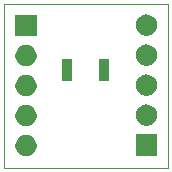
<source format=gbr>
G04 #@! TF.GenerationSoftware,KiCad,Pcbnew,(5.1.5-0-10_14)*
G04 #@! TF.CreationDate,2020-04-28T22:37:27-06:00*
G04 #@! TF.ProjectId,SSOP4-Breakout,53534f50-342d-4427-9265-616b6f75742e,rev?*
G04 #@! TF.SameCoordinates,Original*
G04 #@! TF.FileFunction,Soldermask,Top*
G04 #@! TF.FilePolarity,Negative*
%FSLAX46Y46*%
G04 Gerber Fmt 4.6, Leading zero omitted, Abs format (unit mm)*
G04 Created by KiCad (PCBNEW (5.1.5-0-10_14)) date 2020-04-28 22:37:27*
%MOMM*%
%LPD*%
G04 APERTURE LIST*
%ADD10C,0.050000*%
%ADD11C,0.100000*%
G04 APERTURE END LIST*
D10*
X24892000Y-25908000D02*
X25908000Y-25908000D01*
X25908000Y-12065000D02*
X24892000Y-12065000D01*
X24892000Y-12065000D02*
X12065000Y-12065000D01*
X25908000Y-25908000D02*
X25908000Y-12065000D01*
X12065000Y-25908000D02*
X24892000Y-25908000D01*
X12065000Y-12065000D02*
X12065000Y-25908000D01*
D11*
G36*
X14003513Y-23153928D02*
G01*
X14152813Y-23183625D01*
X14316785Y-23251545D01*
X14464355Y-23350148D01*
X14589854Y-23475647D01*
X14688457Y-23623217D01*
X14756377Y-23787189D01*
X14791001Y-23961260D01*
X14791001Y-24138742D01*
X14756377Y-24312813D01*
X14688457Y-24476785D01*
X14589854Y-24624355D01*
X14464355Y-24749854D01*
X14316785Y-24848457D01*
X14152813Y-24916377D01*
X14003513Y-24946074D01*
X13978743Y-24951001D01*
X13801259Y-24951001D01*
X13776489Y-24946074D01*
X13627189Y-24916377D01*
X13463217Y-24848457D01*
X13315647Y-24749854D01*
X13190148Y-24624355D01*
X13091545Y-24476785D01*
X13023625Y-24312813D01*
X12989001Y-24138742D01*
X12989001Y-23961260D01*
X13023625Y-23787189D01*
X13091545Y-23623217D01*
X13190148Y-23475647D01*
X13315647Y-23350148D01*
X13463217Y-23251545D01*
X13627189Y-23183625D01*
X13776489Y-23153928D01*
X13801259Y-23149001D01*
X13978743Y-23149001D01*
X14003513Y-23153928D01*
G37*
G36*
X24980200Y-24904000D02*
G01*
X23178200Y-24904000D01*
X23178200Y-23102000D01*
X24980200Y-23102000D01*
X24980200Y-24904000D01*
G37*
G36*
X14003513Y-20613928D02*
G01*
X14152813Y-20643625D01*
X14316785Y-20711545D01*
X14464355Y-20810148D01*
X14589854Y-20935647D01*
X14688457Y-21083217D01*
X14756377Y-21247189D01*
X14791001Y-21421260D01*
X14791001Y-21598742D01*
X14756377Y-21772813D01*
X14688457Y-21936785D01*
X14589854Y-22084355D01*
X14464355Y-22209854D01*
X14316785Y-22308457D01*
X14152813Y-22376377D01*
X14003513Y-22406074D01*
X13978743Y-22411001D01*
X13801259Y-22411001D01*
X13776489Y-22406074D01*
X13627189Y-22376377D01*
X13463217Y-22308457D01*
X13315647Y-22209854D01*
X13190148Y-22084355D01*
X13091545Y-21936785D01*
X13023625Y-21772813D01*
X12989001Y-21598742D01*
X12989001Y-21421260D01*
X13023625Y-21247189D01*
X13091545Y-21083217D01*
X13190148Y-20935647D01*
X13315647Y-20810148D01*
X13463217Y-20711545D01*
X13627189Y-20643625D01*
X13776489Y-20613928D01*
X13801259Y-20609001D01*
X13978743Y-20609001D01*
X14003513Y-20613928D01*
G37*
G36*
X24192712Y-20566927D02*
G01*
X24342012Y-20596624D01*
X24505984Y-20664544D01*
X24653554Y-20763147D01*
X24779053Y-20888646D01*
X24877656Y-21036216D01*
X24945576Y-21200188D01*
X24980200Y-21374259D01*
X24980200Y-21551741D01*
X24945576Y-21725812D01*
X24877656Y-21889784D01*
X24779053Y-22037354D01*
X24653554Y-22162853D01*
X24505984Y-22261456D01*
X24342012Y-22329376D01*
X24192712Y-22359073D01*
X24167942Y-22364000D01*
X23990458Y-22364000D01*
X23965688Y-22359073D01*
X23816388Y-22329376D01*
X23652416Y-22261456D01*
X23504846Y-22162853D01*
X23379347Y-22037354D01*
X23280744Y-21889784D01*
X23212824Y-21725812D01*
X23178200Y-21551741D01*
X23178200Y-21374259D01*
X23212824Y-21200188D01*
X23280744Y-21036216D01*
X23379347Y-20888646D01*
X23504846Y-20763147D01*
X23652416Y-20664544D01*
X23816388Y-20596624D01*
X23965688Y-20566927D01*
X23990458Y-20562000D01*
X24167942Y-20562000D01*
X24192712Y-20566927D01*
G37*
G36*
X14003513Y-18073928D02*
G01*
X14152813Y-18103625D01*
X14316785Y-18171545D01*
X14464355Y-18270148D01*
X14589854Y-18395647D01*
X14688457Y-18543217D01*
X14756377Y-18707189D01*
X14791001Y-18881260D01*
X14791001Y-19058742D01*
X14756377Y-19232813D01*
X14688457Y-19396785D01*
X14589854Y-19544355D01*
X14464355Y-19669854D01*
X14316785Y-19768457D01*
X14152813Y-19836377D01*
X14003513Y-19866074D01*
X13978743Y-19871001D01*
X13801259Y-19871001D01*
X13776489Y-19866074D01*
X13627189Y-19836377D01*
X13463217Y-19768457D01*
X13315647Y-19669854D01*
X13190148Y-19544355D01*
X13091545Y-19396785D01*
X13023625Y-19232813D01*
X12989001Y-19058742D01*
X12989001Y-18881260D01*
X13023625Y-18707189D01*
X13091545Y-18543217D01*
X13190148Y-18395647D01*
X13315647Y-18270148D01*
X13463217Y-18171545D01*
X13627189Y-18103625D01*
X13776489Y-18073928D01*
X13801259Y-18069001D01*
X13978743Y-18069001D01*
X14003513Y-18073928D01*
G37*
G36*
X24192712Y-18026927D02*
G01*
X24342012Y-18056624D01*
X24505984Y-18124544D01*
X24653554Y-18223147D01*
X24779053Y-18348646D01*
X24877656Y-18496216D01*
X24945576Y-18660188D01*
X24980200Y-18834259D01*
X24980200Y-19011741D01*
X24945576Y-19185812D01*
X24877656Y-19349784D01*
X24779053Y-19497354D01*
X24653554Y-19622853D01*
X24505984Y-19721456D01*
X24342012Y-19789376D01*
X24192712Y-19819073D01*
X24167942Y-19824000D01*
X23990458Y-19824000D01*
X23965688Y-19819073D01*
X23816388Y-19789376D01*
X23652416Y-19721456D01*
X23504846Y-19622853D01*
X23379347Y-19497354D01*
X23280744Y-19349784D01*
X23212824Y-19185812D01*
X23178200Y-19011741D01*
X23178200Y-18834259D01*
X23212824Y-18660188D01*
X23280744Y-18496216D01*
X23379347Y-18348646D01*
X23504846Y-18223147D01*
X23652416Y-18124544D01*
X23816388Y-18056624D01*
X23965688Y-18026927D01*
X23990458Y-18022000D01*
X24167942Y-18022000D01*
X24192712Y-18026927D01*
G37*
G36*
X20899000Y-18579000D02*
G01*
X20047000Y-18579000D01*
X20047000Y-16727000D01*
X20899000Y-16727000D01*
X20899000Y-18579000D01*
G37*
G36*
X17799000Y-18579000D02*
G01*
X16947000Y-18579000D01*
X16947000Y-16727000D01*
X17799000Y-16727000D01*
X17799000Y-18579000D01*
G37*
G36*
X14003513Y-15533928D02*
G01*
X14152813Y-15563625D01*
X14316785Y-15631545D01*
X14464355Y-15730148D01*
X14589854Y-15855647D01*
X14688457Y-16003217D01*
X14756377Y-16167189D01*
X14791001Y-16341260D01*
X14791001Y-16518742D01*
X14756377Y-16692813D01*
X14688457Y-16856785D01*
X14589854Y-17004355D01*
X14464355Y-17129854D01*
X14316785Y-17228457D01*
X14152813Y-17296377D01*
X14003513Y-17326074D01*
X13978743Y-17331001D01*
X13801259Y-17331001D01*
X13776489Y-17326074D01*
X13627189Y-17296377D01*
X13463217Y-17228457D01*
X13315647Y-17129854D01*
X13190148Y-17004355D01*
X13091545Y-16856785D01*
X13023625Y-16692813D01*
X12989001Y-16518742D01*
X12989001Y-16341260D01*
X13023625Y-16167189D01*
X13091545Y-16003217D01*
X13190148Y-15855647D01*
X13315647Y-15730148D01*
X13463217Y-15631545D01*
X13627189Y-15563625D01*
X13776489Y-15533928D01*
X13801259Y-15529001D01*
X13978743Y-15529001D01*
X14003513Y-15533928D01*
G37*
G36*
X24192712Y-15486927D02*
G01*
X24342012Y-15516624D01*
X24505984Y-15584544D01*
X24653554Y-15683147D01*
X24779053Y-15808646D01*
X24877656Y-15956216D01*
X24945576Y-16120188D01*
X24980200Y-16294259D01*
X24980200Y-16471741D01*
X24945576Y-16645812D01*
X24877656Y-16809784D01*
X24779053Y-16957354D01*
X24653554Y-17082853D01*
X24505984Y-17181456D01*
X24342012Y-17249376D01*
X24192712Y-17279073D01*
X24167942Y-17284000D01*
X23990458Y-17284000D01*
X23965688Y-17279073D01*
X23816388Y-17249376D01*
X23652416Y-17181456D01*
X23504846Y-17082853D01*
X23379347Y-16957354D01*
X23280744Y-16809784D01*
X23212824Y-16645812D01*
X23178200Y-16471741D01*
X23178200Y-16294259D01*
X23212824Y-16120188D01*
X23280744Y-15956216D01*
X23379347Y-15808646D01*
X23504846Y-15683147D01*
X23652416Y-15584544D01*
X23816388Y-15516624D01*
X23965688Y-15486927D01*
X23990458Y-15482000D01*
X24167942Y-15482000D01*
X24192712Y-15486927D01*
G37*
G36*
X14791001Y-14791001D02*
G01*
X12989001Y-14791001D01*
X12989001Y-12989001D01*
X14791001Y-12989001D01*
X14791001Y-14791001D01*
G37*
G36*
X24192712Y-12946927D02*
G01*
X24342012Y-12976624D01*
X24505984Y-13044544D01*
X24653554Y-13143147D01*
X24779053Y-13268646D01*
X24877656Y-13416216D01*
X24945576Y-13580188D01*
X24980200Y-13754259D01*
X24980200Y-13931741D01*
X24945576Y-14105812D01*
X24877656Y-14269784D01*
X24779053Y-14417354D01*
X24653554Y-14542853D01*
X24505984Y-14641456D01*
X24342012Y-14709376D01*
X24192712Y-14739073D01*
X24167942Y-14744000D01*
X23990458Y-14744000D01*
X23965688Y-14739073D01*
X23816388Y-14709376D01*
X23652416Y-14641456D01*
X23504846Y-14542853D01*
X23379347Y-14417354D01*
X23280744Y-14269784D01*
X23212824Y-14105812D01*
X23178200Y-13931741D01*
X23178200Y-13754259D01*
X23212824Y-13580188D01*
X23280744Y-13416216D01*
X23379347Y-13268646D01*
X23504846Y-13143147D01*
X23652416Y-13044544D01*
X23816388Y-12976624D01*
X23965688Y-12946927D01*
X23990458Y-12942000D01*
X24167942Y-12942000D01*
X24192712Y-12946927D01*
G37*
M02*

</source>
